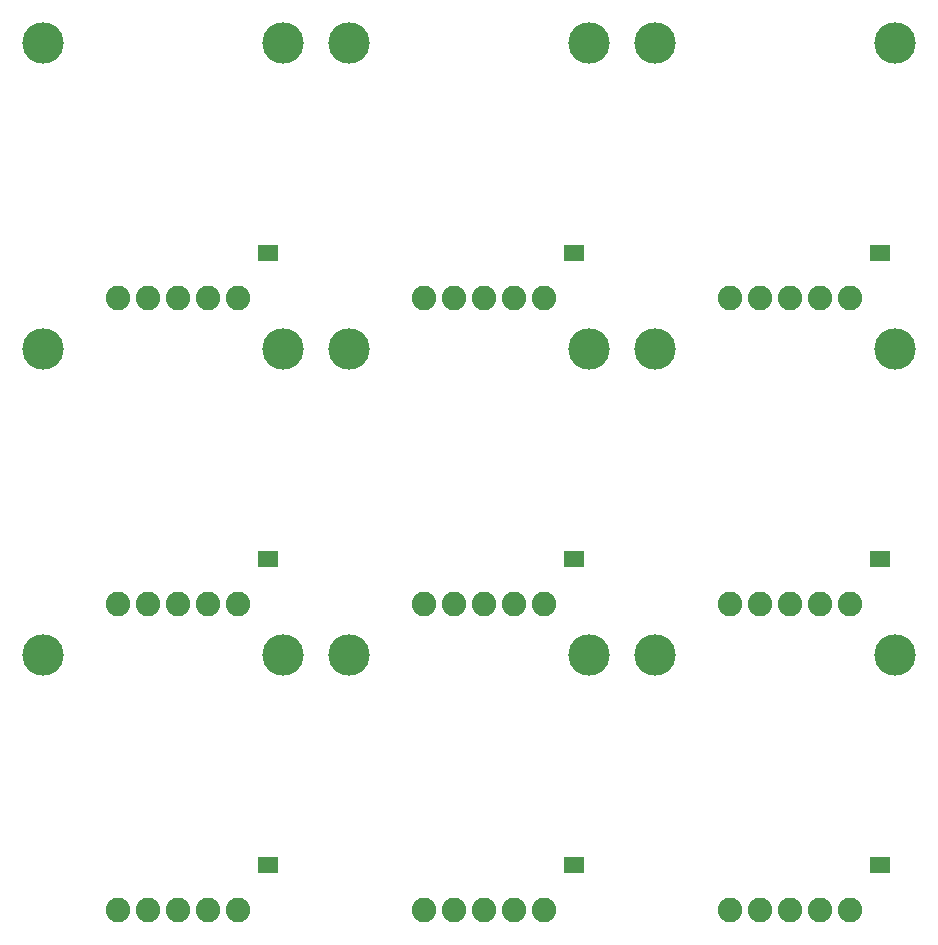
<source format=gbs>
G75*
%MOIN*%
%OFA0B0*%
%FSLAX25Y25*%
%IPPOS*%
%LPD*%
%AMOC8*
5,1,8,0,0,1.08239X$1,22.5*
%
%ADD10C,0.13800*%
%ADD11R,0.03300X0.05800*%
%ADD12C,0.08200*%
D10*
X0032000Y0126500D03*
X0112000Y0126500D03*
X0134000Y0126500D03*
X0214000Y0126500D03*
X0236000Y0126500D03*
X0316000Y0126500D03*
X0316000Y0228500D03*
X0236000Y0228500D03*
X0214000Y0228500D03*
X0134000Y0228500D03*
X0112000Y0228500D03*
X0032000Y0228500D03*
X0032000Y0330500D03*
X0112000Y0330500D03*
X0134000Y0330500D03*
X0214000Y0330500D03*
X0236000Y0330500D03*
X0316000Y0330500D03*
D11*
X0312772Y0260500D03*
X0309228Y0260500D03*
X0210772Y0260500D03*
X0207228Y0260500D03*
X0108772Y0260500D03*
X0105228Y0260500D03*
X0105228Y0158500D03*
X0108772Y0158500D03*
X0207228Y0158500D03*
X0210772Y0158500D03*
X0309228Y0158500D03*
X0312772Y0158500D03*
X0312772Y0056500D03*
X0309228Y0056500D03*
X0210772Y0056500D03*
X0207228Y0056500D03*
X0108772Y0056500D03*
X0105228Y0056500D03*
D12*
X0057000Y0041500D03*
X0067000Y0041500D03*
X0077000Y0041500D03*
X0087000Y0041500D03*
X0097000Y0041500D03*
X0159000Y0041500D03*
X0169000Y0041500D03*
X0179000Y0041500D03*
X0189000Y0041500D03*
X0199000Y0041500D03*
X0261000Y0041500D03*
X0271000Y0041500D03*
X0281000Y0041500D03*
X0291000Y0041500D03*
X0301000Y0041500D03*
X0301000Y0143500D03*
X0291000Y0143500D03*
X0281000Y0143500D03*
X0271000Y0143500D03*
X0261000Y0143500D03*
X0199000Y0143500D03*
X0189000Y0143500D03*
X0179000Y0143500D03*
X0169000Y0143500D03*
X0159000Y0143500D03*
X0097000Y0143500D03*
X0087000Y0143500D03*
X0077000Y0143500D03*
X0067000Y0143500D03*
X0057000Y0143500D03*
X0057000Y0245500D03*
X0067000Y0245500D03*
X0077000Y0245500D03*
X0087000Y0245500D03*
X0097000Y0245500D03*
X0159000Y0245500D03*
X0169000Y0245500D03*
X0179000Y0245500D03*
X0189000Y0245500D03*
X0199000Y0245500D03*
X0261000Y0245500D03*
X0271000Y0245500D03*
X0281000Y0245500D03*
X0291000Y0245500D03*
X0301000Y0245500D03*
M02*

</source>
